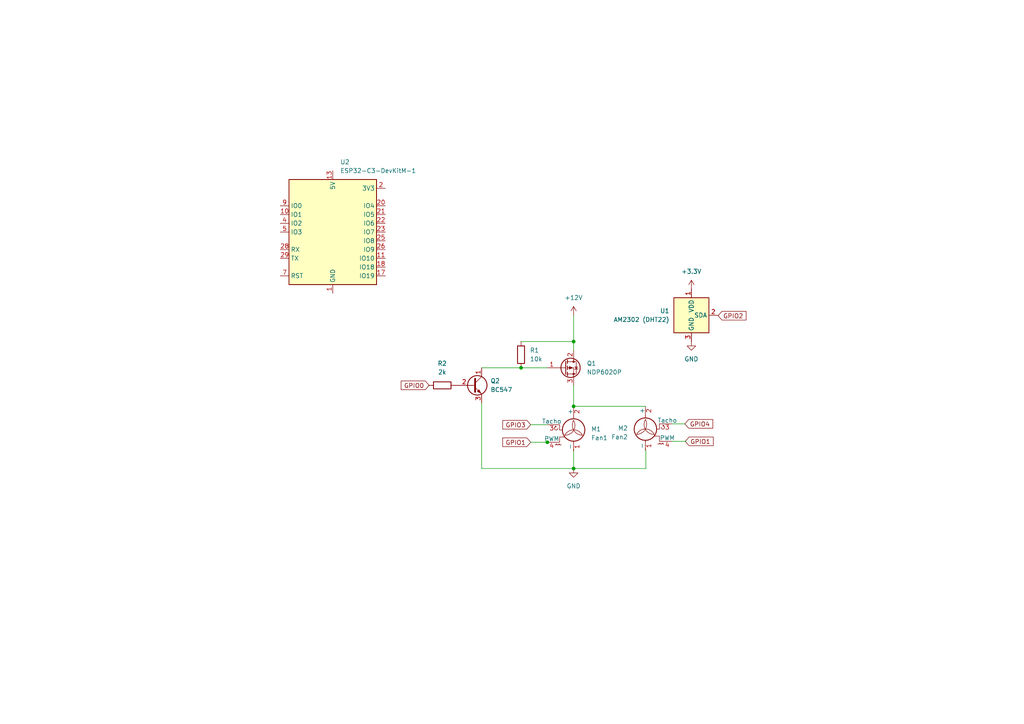
<source format=kicad_sch>
(kicad_sch (version 20250114) (generator "eeschema") (generator_version "9.0")
  (paper "A4")
  (lib_symbols
    (symbol "Device:R" (pin_numbers (hide yes)) (pin_names (offset 0))
      (property "Reference" "R" (at 2.032 0 90))
      (property "Value" "R" (at 0 0 90))
      (symbol "R_0_1"
        (rectangle (start -1.016 -2.54) (end 1.016 2.54) (stroke (width 0.254)))
      )
      (symbol "R_1_1"
        (pin passive line (at 0 3.81 270) (length 1.27) (name "~") (number "1"))
        (pin passive line (at 0 -3.81 90) (length 1.27) (name "~") (number "2"))
      )
    )
    (symbol "Motor:Fan_Tacho_PWM" (pin_names (offset 0))
      (property "Reference" "M" (at 2.54 5.08 0))
      (property "Value" "Fan_Tacho_PWM" (at 2.54 -2.54 0))
      (symbol "Fan_Tacho_PWM_0_0"
        (polyline (pts (xy -5.08 2.032) (xy -5.334 2.159)))
        (polyline (pts (xy -5.08 2.032) (xy -5.207 1.778)))
        (arc (start -4.572 1.524) (mid -5.08 1.0182) (end -5.588 1.524))
        (arc (start -5.588 1.524) (mid -5.4392 1.8832) (end -5.08 2.032))
        (polyline (pts (xy -4.064 2.54) (xy -4.064 1.016) (xy -3.302 1.016)))
      )
      (symbol "Fan_Tacho_PWM_0_1"
        (polyline (pts (xy -5.334 -3.302) (xy -5.08 -3.302) (xy -5.08 -3.048) (xy -4.826 -3.048) (xy -4.826 -3.302) (xy -4.318 -3.302) (xy -4.318 -3.048) (xy -4.064 -3.048) (xy -4.064 -3.302) (xy -3.556 -3.302)))
        (polyline (pts (xy -4.064 2.54) (xy -5.08 2.54)))
        (polyline (pts (xy -2.54 -1.016) (xy -4.064 -1.016) (xy -4.064 -2.54) (xy -5.08 -2.54)))
        (arc (start 0 3.81) (mid -0.0015 0.9048) (end -2.54 -0.508))
        (polyline (pts (xy 0 4.572) (xy 0 5.08)))
        (polyline (pts (xy 0 4.2672) (xy 0 4.6228)))
        (circle (center 0 1.016) (radius 3.2512) (stroke (width 0.254)))
        (arc (start -2.54 -0.508) (mid 0 1.0618) (end 2.54 -0.508))
        (polyline (pts (xy 0 -2.2352) (xy 0 -2.6416)))
        (polyline (pts (xy 0 -5.08) (xy 0 -4.572)))
        (arc (start 2.54 -0.508) (mid 0.047 0.9315) (end 0 3.81))
      )
      (symbol "Fan_Tacho_PWM_1_1"
        (pin passive line (at -7.62 2.54 0) (length 2.54) (name "Tacho") (number "3"))
        (pin input line (at -7.62 -2.54 0) (length 2.54) (name "PWM") (number "4"))
        (pin passive line (at 0 7.62 270) (length 2.54) (name "+") (number "2"))
        (pin passive line (at 0 -5.08 90) (length 2.54) (name "-") (number "1"))
      )
    )
    (symbol "RF_Module:ESP32-C3-DevKitM-1"
      (property "Reference" "U" (at 7.62 16.51 0))
      (property "Value" "ESP32-C3-DevKitM-1" (at 11.684 -16.764 0))
      (symbol "ESP32-C3-DevKitM-1_1_1"
        (rectangle (start -12.7 15.24) (end 12.7 -15.24) (stroke (width 0.254)) (fill (type background)))
        (pin bidirectional line (at -15.24 7.62 0) (length 2.54) (name "IO0") (number "9"))
        (pin bidirectional line (at -15.24 5.08 0) (length 2.54) (name "IO1") (number "10"))
        (pin bidirectional line (at -15.24 2.54 0) (length 2.54) (name "IO2") (number "4"))
        (pin bidirectional line (at -15.24 0 0) (length 2.54) (name "IO3") (number "5"))
        (pin input line (at -15.24 -5.08 0) (length 2.54) (name "RX") (number "28"))
        (pin output line (at -15.24 -7.62 0) (length 2.54) (name "TX") (number "29"))
        (pin input line (at -15.24 -12.7 0) (length 2.54) (name "RST") (number "7"))
        (pin passive line (at 0 17.78 270) (length 2.54) (name "5V") (number "13"))
        (pin passive line (at 0 17.78 270) (length 2.54) (hide yes) (name "5V") (number "14"))
        (pin power_in line (at 0 -17.78 90) (length 2.54) (name "GND") (number "1"))
        (pin passive line (at 0 -17.78 90) (length 2.54) (hide yes) (name "GND") (number "12"))
        (pin passive line (at 0 -17.78 90) (length 2.54) (hide yes) (name "GND") (number "15"))
        (pin passive line (at 0 -17.78 90) (length 2.54) (hide yes) (name "GND") (number "16"))
        (pin passive line (at 0 -17.78 90) (length 2.54) (hide yes) (name "GND") (number "19"))
        (pin passive line (at 0 -17.78 90) (length 2.54) (hide yes) (name "GND") (number "24"))
        (pin passive line (at 0 -17.78 90) (length 2.54) (hide yes) (name "GND") (number "27"))
        (pin passive line (at 0 -17.78 90) (length 2.54) (hide yes) (name "GND") (number "30"))
        (pin passive line (at 0 -17.78 90) (length 2.54) (hide yes) (name "GND") (number "6"))
        (pin passive line (at 0 -17.78 90) (length 2.54) (hide yes) (name "GND") (number "8"))
        (pin power_out line (at 15.24 12.7 180) (length 2.54) (name "3V3") (number "2"))
        (pin passive line (at 15.24 12.7 180) (length 2.54) (hide yes) (name "3V3") (number "3"))
        (pin bidirectional line (at 15.24 7.62 180) (length 2.54) (name "IO4") (number "20"))
        (pin bidirectional line (at 15.24 5.08 180) (length 2.54) (name "IO5") (number "21"))
        (pin bidirectional line (at 15.24 2.54 180) (length 2.54) (name "IO6") (number "22"))
        (pin bidirectional line (at 15.24 0 180) (length 2.54) (name "IO7") (number "23"))
        (pin bidirectional line (at 15.24 -2.54 180) (length 2.54) (name "IO8") (number "25"))
        (pin bidirectional line (at 15.24 -5.08 180) (length 2.54) (name "IO9") (number "26"))
        (pin bidirectional line (at 15.24 -7.62 180) (length 2.54) (name "IO10") (number "11"))
        (pin bidirectional line (at 15.24 -10.16 180) (length 2.54) (name "IO18") (number "18"))
        (pin bidirectional line (at 15.24 -12.7 180) (length 2.54) (name "IO19") (number "17"))
      )
    )
    (symbol "Sensor:AM2302"
      (property "Reference" "U" (at -3.81 6.35 0))
      (property "Value" "AM2302" (at 3.81 6.35 0))
      (symbol "AM2302_0_1"
        (rectangle (start -5.08 5.08) (end 5.08 -5.08) (stroke (width 0.254)) (fill (type background)))
      )
      (symbol "AM2302_1_1"
        (pin power_in line (at 0 7.62 270) (length 2.54) (name "VDD") (number "1"))
        (pin power_in line (at 0 -7.62 90) (length 2.54) (name "GND") (number "3"))
        (pin passive line (at 0 -7.62 90) (length 2.54) (hide yes) (name "GND") (number "4"))
        (pin bidirectional line (at 7.62 0 180) (length 2.54) (name "SDA") (number "2"))
      )
    )
    (symbol "Transistor_BJT:BC547" (pin_names (offset 0) (hide yes))
      (property "Reference" "Q" (at 5.08 1.905 0))
      (property "Value" "BC547" (at 5.08 0 0))
      (symbol "BC547_0_1"
        (polyline (pts (xy 0 0) (xy 0.635 0)))
        (polyline (pts (xy 0.635 1.905) (xy 0.635 -1.905) (xy 0.635 -1.905)) (stroke (width 0.508)))
        (polyline (pts (xy 0.635 0.635) (xy 2.54 2.54)))
        (polyline (pts (xy 0.635 -0.635) (xy 2.54 -2.54) (xy 2.54 -2.54)))
        (circle (center 1.27 0) (radius 2.8194) (stroke (width 0.254)))
        (polyline (pts (xy 1.27 -1.778) (xy 1.778 -1.27) (xy 2.286 -2.286) (xy 1.27 -1.778) (xy 1.27 -1.778)) (fill (type outline)))
      )
      (symbol "BC547_1_1"
        (pin input line (at -5.08 0 0) (length 5.08) (name "B") (number "2"))
        (pin passive line (at 2.54 5.08 270) (length 2.54) (name "C") (number "1"))
        (pin passive line (at 2.54 -5.08 90) (length 2.54) (name "E") (number "3"))
      )
    )
    (symbol "Transistor_FET:IRF9540N" (pin_names (hide yes))
      (property "Reference" "Q" (at 5.08 1.905 0))
      (property "Value" "IRF9540N" (at 5.08 0 0))
      (symbol "IRF9540N_0_1"
        (polyline (pts (xy 0.254 1.905) (xy 0.254 -1.905)) (stroke (width 0.254)))
        (polyline (pts (xy 0.254 0) (xy -2.54 0)))
        (polyline (pts (xy 0.762 2.286) (xy 0.762 1.27)) (stroke (width 0.254)))
        (polyline (pts (xy 0.762 1.778) (xy 3.302 1.778) (xy 3.302 -1.778) (xy 0.762 -1.778)))
        (polyline (pts (xy 0.762 0.508) (xy 0.762 -0.508)) (stroke (width 0.254)))
        (polyline (pts (xy 0.762 -1.27) (xy 0.762 -2.286)) (stroke (width 0.254)))
        (circle (center 1.651 0) (radius 2.794) (stroke (width 0.254)))
        (polyline (pts (xy 2.286 0) (xy 1.27 0.381) (xy 1.27 -0.381) (xy 2.286 0)) (fill (type outline)))
        (polyline (pts (xy 2.54 2.54) (xy 2.54 1.778)))
        (circle (center 2.54 1.778) (radius 0.254) (fill (type outline)))
        (circle (center 2.54 -1.778) (radius 0.254) (fill (type outline)))
        (polyline (pts (xy 2.54 -2.54) (xy 2.54 0) (xy 0.762 0)))
        (polyline (pts (xy 2.794 -0.508) (xy 2.921 -0.381) (xy 3.683 -0.381) (xy 3.81 -0.254)))
        (polyline (pts (xy 3.302 -0.381) (xy 2.921 0.254) (xy 3.683 0.254) (xy 3.302 -0.381)))
      )
      (symbol "IRF9540N_1_1"
        (pin input line (at -5.08 0 0) (length 2.54) (name "G") (number "1"))
        (pin passive line (at 2.54 5.08 270) (length 2.54) (name "D") (number "2"))
        (pin passive line (at 2.54 -5.08 90) (length 2.54) (name "S") (number "3"))
      )
    )
    (symbol "power:+12V" (power) (pin_names (offset 0))
      (property "Value" "+12V" (at 0 3.556 0))
      (symbol "+12V_0_1"
        (polyline (pts (xy -0.762 1.27) (xy 0 2.54)))
        (polyline (pts (xy 0 2.54) (xy 0.762 1.27)))
        (polyline (pts (xy 0 0) (xy 0 2.54)))
      )
      (symbol "+12V_1_1"
        (pin power_in line (at 0 0 90) (length 0) (hide yes) (name "+12V") (number "1"))
      )
    )
    (symbol "power:+3.3V" (power) (pin_names (offset 0))
      (property "Value" "+3.3V" (at 0 3.556 0))
      (symbol "+3.3V_0_1"
        (polyline (pts (xy -0.762 1.27) (xy 0 2.54)))
        (polyline (pts (xy 0 2.54) (xy 0.762 1.27)))
        (polyline (pts (xy 0 0) (xy 0 2.54)))
      )
      (symbol "+3.3V_1_1"
        (pin power_in line (at 0 0 90) (length 0) (hide yes) (name "+3.3V") (number "1"))
      )
    )
    (symbol "power:GND" (power) (pin_names (offset 0))
      (property "Value" "GND" (at 0 -3.81 0))
      (symbol "GND_0_1"
        (polyline (pts (xy 0 0) (xy 0 -1.27) (xy 1.27 -1.27) (xy 0 -2.54) (xy -1.27 -1.27) (xy 0 -1.27)))
      )
      (symbol "GND_1_1"
        (pin power_in line (at 0 0 270) (length 0) (hide yes) (name "GND") (number "1"))
      )
    )
  )
  (junction (at 166.37 117.856))
  (junction (at 166.37 135.89))
  (junction (at 151.13 106.68))
  (junction (at 158.75 128.27))
  (junction (at 166.37 99.06))
  (wire (pts (xy 139.7 106.68) (xy 151.13 106.68)))
  (wire (pts (xy 139.7 116.84) (xy 139.7 135.89)))
  (wire (pts (xy 158.75 128.27) (xy 159.004 128.27)))
  (wire (pts (xy 166.37 111.76) (xy 166.37 117.856)))
  (wire (pts (xy 194.818 128.016) (xy 198.882 128.016)))
  (wire (pts (xy 151.13 99.06) (xy 166.37 99.06)))
  (wire (pts (xy 151.13 106.68) (xy 158.75 106.68)))
  (wire (pts (xy 166.37 99.06) (xy 166.37 101.6)))
  (wire (pts (xy 139.7 135.89) (xy 166.37 135.89)))
  (wire (pts (xy 198.882 127.762) (xy 198.882 128.016)))
  (wire (pts (xy 166.37 130.81) (xy 166.37 135.89)))
  (wire (pts (xy 194.945 122.936) (xy 198.628 122.936)))
  (wire (pts (xy 166.37 117.856) (xy 187.198 117.856)))
  (wire (pts (xy 187.325 130.556) (xy 187.325 135.89)))
  (wire (pts (xy 187.325 135.89) (xy 166.37 135.89)))
  (wire (pts (xy 153.924 123.19) (xy 158.75 123.19)))
  (wire (pts (xy 153.924 128.27) (xy 158.75 128.27)))
  (wire (pts (xy 166.37 91.44) (xy 166.37 99.06)))
  (wire (pts (xy 166.37 117.856) (xy 166.37 118.11)))
  (global_label "GPIO2" (shape input) (at 208.28 91.567 0) (property "Intersheetrefs" "${INTERSHEET_REFS}" (effects (hide yes))))
  (global_label "GPIO1" (shape input) (at 198.755 128.016 0) (property "Intersheetrefs" "${INTERSHEET_REFS}" (effects (hide yes))))
  (global_label "GPIO0" (shape input) (at 124.46 111.76 180) (property "Intersheetrefs" "${INTERSHEET_REFS}" (effects (hide yes))))
  (global_label "GPIO4" (shape input) (at 198.628 122.936 0) (property "Intersheetrefs" "${INTERSHEET_REFS}" (effects (hide yes))))
  (global_label "GPIO3" (shape input) (at 153.924 123.19 180) (property "Intersheetrefs" "${INTERSHEET_REFS}" (effects (hide yes))))
  (global_label "GPIO1" (shape input) (at 153.924 128.27 180) (property "Intersheetrefs" "${INTERSHEET_REFS}" (effects (hide yes))))
  (symbol (lib_id "Transistor_BJT:BC547") (at 137.16 111.76 0) (unit 1)
    (property "Reference" "Q2" (at 142.24 110.49 0) (effects (justify left)))
    (property "Value" "BC547" (at 142.24 113.03 0) (effects (justify left)))
    (property "Footprint" "Package_TO_SOT_THT:TO-92_Inline" (effects (hide yes)))
    (property "Datasheet" "https://www.onsemi.com/pub/Collateral/BC550-D.pdf" (effects (hide yes)))
  )
  (symbol (lib_id "power:GND") (at 166.37 135.89 0) (unit 1)
    (property "Reference" "#PWR01" (effects (hide yes)))
    (property "Value" "GND" (at 166.37 140.97 0))
  )
  (symbol (lib_id "RF_Module:ESP32-C3-DevKitM-1") (at 96.52 67.31 0) (unit 1)
    (property "Reference" "U2" (at 98.6633 46.99 0) (effects (justify left)))
    (property "Value" "ESP32-C3-DevKitM-1" (at 98.6633 49.53 0) (effects (justify left)))
    (property "Footprint" "RF_Module:ESP32-C3-DevKitM-1" (effects (hide yes)))
    (property "Datasheet" "https://docs.espressif.com/projects/esp-idf/en/latest/esp32c3/hw-reference/esp32c3/user-guide-devkitm-1.html" (effects (hide yes)))
    (property "Description" "Development board featuring ESP32-C3-MINI-1 module" (effects (hide yes)))
  )
  (symbol (lib_id "Device:R") (at 151.13 102.87 0) (unit 1)
    (property "Reference" "R1" (at 153.67 101.6 0) (effects (justify left)))
    (property "Value" "10k" (at 153.67 104.14 0) (effects (justify left)))
  )
  (symbol (lib_id "power:GND") (at 200.533 99.06 0) (unit 1)
    (property "Reference" "#PWR03" (effects (hide yes)))
    (property "Value" "GND" (at 200.533 104.14 0))
  )
  (symbol (lib_id "Motor:Fan_Tacho_PWM") (at 166.37 125.73 0) (unit 1)
    (property "Reference" "M1" (at 171.45 124.46 0) (effects (justify left)))
    (property "Value" "Fan1" (at 171.45 127 0) (effects (justify left)))
    (property "Datasheet" "http://www.formfactors.org/developer%5Cspecs%5Crev1_2_public.pdf" (effects (hide yes)))
  )
  (symbol (lib_id "power:+3.3V") (at 200.533 83.82 0) (unit 1)
    (property "Reference" "#PWR04" (effects (hide yes)))
    (property "Value" "+3.3V" (at 200.533 78.74 0))
  )
  (symbol (lib_id "Sensor:AM2302") (at 200.533 91.44 0) (unit 1)
    (property "Reference" "U1" (at 194.183 90.17 0) (effects (justify right)))
    (property "Value" "AM2302 (DHT22)" (at 194.183 92.71 0) (effects (justify right)))
    (property "Footprint" "Sensor:ASAIR_AM2302_P2.54mm_Vertical" (effects (hide yes)))
    (property "Datasheet" "http://akizukidenshi.com/download/ds/aosong/AM2302.pdf" (effects (hide yes)))
  )
  (symbol (lib_id "Transistor_FET:IRF9540N") (at 163.83 106.68 0) (unit 1)
    (property "Reference" "Q1" (at 170.18 105.41 0) (effects (justify left)))
    (property "Value" "NDP6020P" (at 170.18 107.95 0) (effects (justify left)))
    (property "Footprint" "Package_TO_SOT_THT:TO-220-3_Vertical" (effects (hide yes)))
    (property "Datasheet" "https://www.onsemi.com/download/data-sheet/pdf/ndp6020p-d.pdf" (effects (hide yes)))
  )
  (symbol (lib_id "Motor:Fan_Tacho_PWM") (at 187.198 125.476 0) (mirror y) (unit 1)
    (property "Reference" "M2" (at 182.118 124.206 0) (effects (justify left)))
    (property "Value" "Fan2" (at 182.118 126.746 0) (effects (justify left)))
    (property "Datasheet" "http://www.formfactors.org/developer%5Cspecs%5Crev1_2_public.pdf" (effects (hide yes)))
  )
  (symbol (lib_id "power:+12V") (at 166.37 91.44 0) (unit 1)
    (property "Reference" "#PWR02" (effects (hide yes)))
    (property "Value" "+12V" (at 166.37 86.36 0))
  )
  (symbol (lib_id "Device:R") (at 128.27 111.76 270) (unit 1)
    (property "Reference" "R2" (at 128.27 105.41 90))
    (property "Value" "2k" (at 128.27 107.95 90))
  )
)
</source>
